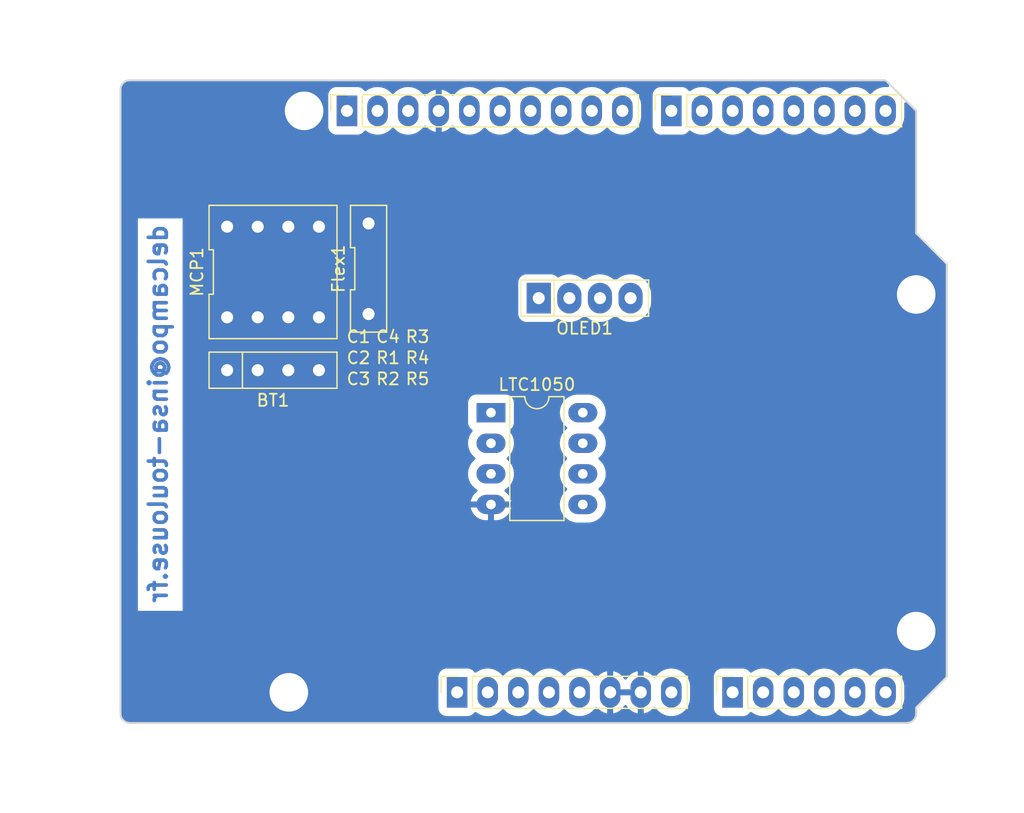
<source format=kicad_pcb>
(kicad_pcb (version 20240108) (generator "pcbnew") (generator_version "8.0")
  (title_block (title "PCB_PROJETCAPTEUR") (date "mar. 31 mars 2015") (rev "1.0") (company "INSA DELCAMPO/VALENCIA") (comment 2 "${EMAIL}") (comment 3 "Ignacio DEL CAMPO") (comment 4 "Opérateur CAO:"))
  (layers (0 "F.Cu" signal) (31 "B.Cu" signal) (34 "B.Paste" user) (35 "F.Paste" user) (36 "B.SilkS" user "B.Silkscreen") (37 "F.SilkS" user "F.Silkscreen") (38 "B.Mask" user) (39 "F.Mask" user) (44 "Edge.Cuts" user))
  (property "EMAIL" "delcampo@insa-toulouse.fr")
  (net 0 "")
  (net 1 "GND")
  (net 3 "+5V")
  (net 4 "/IOREF")
  (net 5 "/Vin")
  (net 6 "/A1")
  (net 7 "/A2")
  (net 8 "/A3")
  (net 9 "/SDA{slash}A4")
  (net 10 "/SCL{slash}A5")
  (net 11 "/13")
  (net 12 "/AREF")
  (net 13 "/8")
  (net 14 "/7")
  (net 15 "/4")
  (net 16 "/2")
  (net 17 "/*6")
  (net 18 "/*5")
  (net 19 "/TX{slash}1")
  (net 20 "/*3")
  (net 21 "/RX{slash}0")
  (net 22 "+3V3")
  (net 23 "ADC")
  (net 24 "/~{RESET}")
  (net 25 "/SCL")
  (net 26 "/SDA")
  (net 27 "/LED_D11")
  (net 28 "/LED_D12")
  (net 29 "/LED_D10")
  (net 30 "/LED_D9")
  (net 31 "Net-(LTC1050--IN)")
  (net 34 "Net-(LTC1050-+IN)")
  (net 35 "Net-(LTC1050-OUT)")
  (net 55 "Net-(CAP1-GND)")
  (footprint "Connector_PinSocket_2.54mm:PinSocket_1x08_P2.54mm_Vertical" (layer "F.Cu") (at 127.94 97.46 90)
    (property "Reference" "J1" (hide yes))
    (property "Value" "Power")
    (fp_line (start 1.33 -1.33) (end 1.33 0) (stroke (width 0.12)) (layer "F.SilkS"))
    (fp_line (start 0 -1.33) (end 1.33 -1.33) (stroke (width 0.12)) (layer "F.SilkS"))
    (fp_line (start 1.33 1.27) (end 1.33 19.11) (stroke (width 0.12)) (layer "F.SilkS"))
    (fp_line (start -1.33 1.27) (end 1.33 1.27) (stroke (width 0.12)) (layer "F.SilkS"))
    (fp_line (start -1.33 1.27) (end -1.33 19.11) (stroke (width 0.12)) (layer "F.SilkS"))
    (fp_line (start -1.33 19.11) (end 1.33 19.11) (stroke (width 0.12)) (layer "F.SilkS"))
    (pad "1" thru_hole rect (at 0 0 90) (size 2.54 1.7) (drill 1) (layers "*.Cu" "*.Mask"))
    (pad "2" thru_hole oval (at 0 2.54 90) (size 2.54 1.7) (drill 1) (layers "*.Cu" "*.Mask") (net 4 "/IOREF"))
    (pad "3" thru_hole oval (at 0 5.08 90) (size 2.54 1.7) (drill 1) (layers "*.Cu" "*.Mask") (net 24 "/~{RESET}"))
    (pad "4" thru_hole oval (at 0 7.62 90) (size 2.54 1.7) (drill 1) (layers "*.Cu" "*.Mask") (net 22 "+3V3"))
    (pad "5" thru_hole oval (at 0 10.16 90) (size 2.54 1.7) (drill 1) (layers "*.Cu" "*.Mask") (net 3 "+5V"))
    (pad "6" thru_hole oval (at 0 12.7 90) (size 2.54 1.7) (drill 1) (layers "*.Cu" "*.Mask") (net 1 "GND"))
    (pad "7" thru_hole oval (at 0 15.24 90) (size 2.54 1.7) (drill 1) (layers "*.Cu" "*.Mask") (net 1 "GND"))
    (pad "8" thru_hole oval (at 0 17.78 90) (size 2.54 1.7) (drill 1) (layers "*.Cu" "*.Mask") (net 5 "/Vin"))
  )
  (footprint "Connector_PinSocket_2.54mm:PinSocket_1x06_P2.54mm_Vertical" (layer "F.Cu") (at 150.8 97.46 90)
    (property "Reference" "J3" (hide yes))
    (property "Value" "Analog")
    (fp_line (start 1.33 -1.33) (end 1.33 0) (stroke (width 0.12)) (layer "F.SilkS"))
    (fp_line (start 0 -1.33) (end 1.33 -1.33) (stroke (width 0.12)) (layer "F.SilkS"))
    (fp_line (start 1.33 1.27) (end 1.33 14.03) (stroke (width 0.12)) (layer "F.SilkS"))
    (fp_line (start -1.33 1.27) (end 1.33 1.27) (stroke (width 0.12)) (layer "F.SilkS"))
    (fp_line (start -1.33 1.27) (end -1.33 14.03) (stroke (width 0.12)) (layer "F.SilkS"))
    (fp_line (start -1.33 14.03) (end 1.33 14.03) (stroke (width 0.12)) (layer "F.SilkS"))
    (pad "1" thru_hole rect (at 0 0 90) (size 2.54 1.7) (drill 1) (layers "*.Cu" "*.Mask") (net 23 "ADC"))
    (pad "2" thru_hole oval (at 0 2.54 90) (size 2.54 1.7) (drill 1) (layers "*.Cu" "*.Mask") (net 6 "/A1"))
    (pad "3" thru_hole oval (at 0 5.08 90) (size 2.54 1.7) (drill 1) (layers "*.Cu" "*.Mask") (net 7 "/A2"))
    (pad "4" thru_hole oval (at 0 7.62 90) (size 2.54 1.7) (drill 1) (layers "*.Cu" "*.Mask") (net 8 "/A3"))
    (pad "5" thru_hole oval (at 0 10.16 90) (size 2.54 1.7) (drill 1) (layers "*.Cu" "*.Mask") (net 9 "/SDA{slash}A4"))
    (pad "6" thru_hole oval (at 0 12.7 90) (size 2.54 1.7) (drill 1) (layers "*.Cu" "*.Mask") (net 10 "/SCL{slash}A5"))
  )
  (footprint "Connector_PinSocket_2.54mm:PinSocket_1x10_P2.54mm_Vertical" (layer "F.Cu") (at 118.796 49.2 90)
    (property "Reference" "J2" (hide yes))
    (property "Value" "Digital/PWM")
    (fp_line (start 1.33 -1.33) (end 1.33 0) (stroke (width 0.12)) (layer "F.SilkS"))
    (fp_line (start 0 -1.33) (end 1.33 -1.33) (stroke (width 0.12)) (layer "F.SilkS"))
    (fp_line (start 1.33 1.27) (end 1.33 24.19) (stroke (width 0.12)) (layer "F.SilkS"))
    (fp_line (start -1.33 1.27) (end 1.33 1.27) (stroke (width 0.12)) (layer "F.SilkS"))
    (fp_line (start -1.33 1.27) (end -1.33 24.19) (stroke (width 0.12)) (layer "F.SilkS"))
    (fp_line (start -1.33 24.19) (end 1.33 24.19) (stroke (width 0.12)) (layer "F.SilkS"))
    (pad "1" thru_hole rect (at 0 0 90) (size 2.54 1.7) (drill 1) (layers "*.Cu" "*.Mask") (net 25 "/SCL"))
    (pad "2" thru_hole oval (at 0 2.54 90) (size 2.54 1.7) (drill 1) (layers "*.Cu" "*.Mask") (net 26 "/SDA"))
    (pad "3" thru_hole oval (at 0 5.08 90) (size 2.54 1.7) (drill 1) (layers "*.Cu" "*.Mask") (net 12 "/AREF"))
    (pad "4" thru_hole oval (at 0 7.62 90) (size 2.54 1.7) (drill 1) (layers "*.Cu" "*.Mask") (net 1 "GND"))
    (pad "5" thru_hole oval (at 0 10.16 90) (size 2.54 1.7) (drill 1) (layers "*.Cu" "*.Mask") (net 11 "/13"))
    (pad "6" thru_hole oval (at 0 12.7 90) (size 2.54 1.7) (drill 1) (layers "*.Cu" "*.Mask") (net 28 "/LED_D12"))
    (pad "7" thru_hole oval (at 0 15.24 90) (size 2.54 1.7) (drill 1) (layers "*.Cu" "*.Mask") (net 27 "/LED_D11"))
    (pad "8" thru_hole oval (at 0 17.78 90) (size 2.54 1.7) (drill 1) (layers "*.Cu" "*.Mask") (net 29 "/LED_D10"))
    (pad "9" thru_hole oval (at 0 20.32 90) (size 2.54 1.7) (drill 1) (layers "*.Cu" "*.Mask") (net 30 "/LED_D9"))
    (pad "10" thru_hole oval (at 0 22.86 90) (size 2.54 1.7) (drill 1) (layers "*.Cu" "*.Mask") (net 13 "/8"))
  )
  (footprint "Connector_PinSocket_2.54mm:PinSocket_1x08_P2.54mm_Vertical" (layer "F.Cu") (at 145.72 49.2 90)
    (property "Reference" "J4" (hide yes))
    (property "Value" "Digital/PWM")
    (fp_line (start 1.33 -1.33) (end 1.33 0) (stroke (width 0.12)) (layer "F.SilkS"))
    (fp_line (start 0 -1.33) (end 1.33 -1.33) (stroke (width 0.12)) (layer "F.SilkS"))
    (fp_line (start 1.33 1.27) (end 1.33 19.11) (stroke (width 0.12)) (layer "F.SilkS"))
    (fp_line (start -1.33 1.27) (end 1.33 1.27) (stroke (width 0.12)) (layer "F.SilkS"))
    (fp_line (start -1.33 1.27) (end -1.33 19.11) (stroke (width 0.12)) (layer "F.SilkS"))
    (fp_line (start -1.33 19.11) (end 1.33 19.11) (stroke (width 0.12)) (layer "F.SilkS"))
    (pad "1" thru_hole rect (at 0 0 90) (size 2.54 1.7) (drill 1) (layers "*.Cu" "*.Mask") (net 14 "/7"))
    (pad "2" thru_hole oval (at 0 2.54 90) (size 2.54 1.7) (drill 1) (layers "*.Cu" "*.Mask") (net 17 "/*6"))
    (pad "3" thru_hole oval (at 0 5.08 90) (size 2.54 1.7) (drill 1) (layers "*.Cu" "*.Mask") (net 18 "/*5"))
    (pad "4" thru_hole oval (at 0 7.62 90) (size 2.54 1.7) (drill 1) (layers "*.Cu" "*.Mask") (net 15 "/4"))
    (pad "5" thru_hole oval (at 0 10.16 90) (size 2.54 1.7) (drill 1) (layers "*.Cu" "*.Mask") (net 20 "/*3"))
    (pad "6" thru_hole oval (at 0 12.7 90) (size 2.54 1.7) (drill 1) (layers "*.Cu" "*.Mask") (net 16 "/2"))
    (pad "7" thru_hole oval (at 0 15.24 90) (size 2.54 1.7) (drill 1) (layers "*.Cu" "*.Mask") (net 19 "/TX{slash}1"))
    (pad "8" thru_hole oval (at 0 17.78 90) (size 2.54 1.7) (drill 1) (layers "*.Cu" "*.Mask") (net 21 "/RX{slash}0"))
  )
  (footprint "Resistor_SMD:R_0201_0603Metric" (layer "F.Cu") (at 122.205 70.75)
    (property "Reference" "R1" (at 0 -1.05 0) (layer "F.SilkS"))
    (property "Value" "100k")
    (pad "1" smd roundrect (at -0.32 0) (size 0.46 0.4) (layers "F.Cu" "F.Mask") (net 34 "Net-(LTC1050-+IN)"))
    (pad "2" smd roundrect (at 0.32 0) (size 0.46 0.4) (layers "F.Cu" "F.Mask") (net 1 "GND"))
  )
  (footprint "Capacitor_SMD:C_0201_0603Metric" (layer "F.Cu") (at 122.205 69)
    (property "Reference" "C4" (at 0 -1.05 0) (layer "F.SilkS"))
    (property "Value" "100n")
    (pad "1" smd roundrect (at -0.32 0) (size 0.46 0.4) (layers "F.Cu" "F.Mask") (net 3 "+5V"))
    (pad "2" smd roundrect (at 0.32 0) (size 0.46 0.4) (layers "F.Cu" "F.Mask") (net 1 "GND"))
  )
  (footprint "LIbCapteurPCB:BT-HC05" (layer "F.Cu") (at 112.66 70.725)
    (property "Reference" "BT1" (at 0 2.5 0) (layer "F.SilkS"))
    (property "Value" "~")
    (fp_line (start -5.31 -1.5) (end 5.31 -1.5) (stroke (width 0.12)) (layer "F.SilkS"))
    (fp_line (start -5.31 1.5) (end -5.31 -1.5) (stroke (width 0.12)) (layer "F.SilkS"))
    (fp_line (start -2.54 -1.5) (end -2.54 1.5) (stroke (width 0.12)) (layer "F.SilkS"))
    (fp_line (start 5.31 -1.5) (end 5.31 1.5) (stroke (width 0.12)) (layer "F.SilkS"))
    (fp_line (start 5.31 1.5) (end -5.31 1.5) (stroke (width 0.12)) (layer "F.SilkS"))
    (pad "1" thru_hole rect (at -3.81 0) (size 2 2.54) (drill 1) (layers "*.Cu" "*.Mask"))
    (pad "2" thru_hole oval (at -1.27 0) (size 2 2.54) (drill 1) (layers "*.Cu" "*.Mask"))
    (pad "3" thru_hole oval (at 1.27 0) (size 2 2.54) (drill 1) (layers "*.Cu" "*.Mask"))
    (pad "4" thru_hole oval (at 3.81 0) (size 2 2.54) (drill 1) (layers "*.Cu" "*.Mask"))
  )
  (footprint "Resistor_SMD:R_0201_0603Metric" (layer "F.Cu") (at 122.205 72.5)
    (property "Reference" "R2" (at 0 -1.05 0) (layer "F.SilkS"))
    (property "Value" "1k")
    (pad "1" smd roundrect (at -0.32 0) (size 0.46 0.4) (layers "F.Cu" "F.Mask") (net 34 "Net-(LTC1050-+IN)"))
    (pad "2" smd roundrect (at 0.32 0) (size 0.46 0.4) (layers "F.Cu" "F.Mask") (net 1 "GND"))
  )
  (footprint "Capacitor_SMD:C_0201_0603Metric" (layer "F.Cu") (at 119.755 70.75)
    (property "Reference" "C2" (at 0 -1.05 0) (layer "F.SilkS"))
    (property "Value" "100n ")
    (pad "1" smd roundrect (at -0.32 0) (size 0.46 0.4) (layers "F.Cu" "F.Mask") (net 23 "ADC"))
    (pad "2" smd roundrect (at 0.32 0) (size 0.46 0.4) (layers "F.Cu" "F.Mask") (net 1 "GND"))
  )
  (footprint "Arduino_MountingHole:MountingHole_3.2mm" (layer "F.Cu") (at 115.24 49.2)
    (property "Reference" "MH1" (hide yes))
    (property "Value" "MountingHole_3.2mm" (hide yes))
    (pad "" np_thru_hole circle (at 0 0) (size 3.2 3.2) (drill 3.2) (layers "*.Cu" "*.Mask"))
  )
  (footprint "Resistor_SMD:R_0201_0603Metric" (layer "F.Cu") (at 124.655 72.5)
    (property "Reference" "R5" (at 0 -1.05 0) (layer "F.SilkS"))
    (property "Value" "1k")
    (pad "1" smd roundrect (at -0.32 0) (size 0.46 0.4) (layers "F.Cu" "F.Mask") (net 35 "Net-(LTC1050-OUT)"))
    (pad "2" smd roundrect (at 0.32 0) (size 0.46 0.4) (layers "F.Cu" "F.Mask") (net 23 "ADC"))
  )
  (footprint "Capacitor_SMD:C_0201_0603Metric" (layer "F.Cu") (at 119.755 69)
    (property "Reference" "C1" (at 0 -1.05 0) (layer "F.SilkS"))
    (property "Value" "100n")
    (pad "1" smd roundrect (at -0.32 0) (size 0.46 0.4) (layers "F.Cu" "F.Mask") (net 34 "Net-(LTC1050-+IN)"))
    (pad "2" smd roundrect (at 0.32 0) (size 0.46 0.4) (layers "F.Cu" "F.Mask") (net 1 "GND"))
  )
  (footprint "LIbCapteurPCB:OLED" (layer "F.Cu") (at 138.525 64.745)
    (property "Reference" "OLED1" (at 0 2.5 0) (layer "F.SilkS"))
    (property "Value" "~")
    (fp_line (start -5.31 -1.5) (end 5.31 -1.5) (stroke (width 0.12)) (layer "F.SilkS"))
    (fp_line (start -5.31 1.5) (end -5.31 -1.5) (stroke (width 0.12)) (layer "F.SilkS"))
    (fp_line (start -2.54 -1.5) (end -2.54 1.5) (stroke (width 0.12)) (layer "F.SilkS"))
    (fp_line (start 5.31 -1.5) (end 5.31 1.5) (stroke (width 0.12)) (layer "F.SilkS"))
    (fp_line (start 5.31 1.5) (end -5.31 1.5) (stroke (width 0.12)) (layer "F.SilkS"))
    (pad "1" thru_hole rect (at -3.81 0) (size 2 2.54) (drill 1) (layers "*.Cu" "*.Mask"))
    (pad "2" thru_hole oval (at -1.27 0) (size 2 2.54) (drill 1) (layers "*.Cu" "*.Mask"))
    (pad "3" thru_hole oval (at 1.27 0) (size 2 2.54) (drill 1) (layers "*.Cu" "*.Mask"))
    (pad "4" thru_hole oval (at 3.81 0) (size 2 2.54) (drill 1) (layers "*.Cu" "*.Mask"))
  )
  (footprint "Capacitor_SMD:C_0201_0603Metric" (layer "F.Cu") (at 119.755 72.5)
    (property "Reference" "C3" (at 0 -1.05 0) (layer "F.SilkS"))
    (property "Value" "1u")
    (pad "1" smd roundrect (at -0.32 0) (size 0.46 0.4) (layers "F.Cu" "F.Mask") (net 31 "Net-(LTC1050--IN)"))
    (pad "2" smd roundrect (at 0.32 0) (size 0.46 0.4) (layers "F.Cu" "F.Mask") (net 35 "Net-(LTC1050-OUT)"))
  )
  (footprint "Resistor_SMD:R_0201_0603Metric" (layer "F.Cu") (at 124.655 69)
    (property "Reference" "R3" (at 0 -1.05 0) (layer "F.SilkS"))
    (property "Value" "100k")
    (pad "1" smd roundrect (at -0.32 0) (size 0.46 0.4) (layers "F.Cu" "F.Mask") (net 31 "Net-(LTC1050--IN)"))
    (pad "2" smd roundrect (at 0.32 0) (size 0.46 0.4) (layers "F.Cu" "F.Mask") (net 35 "Net-(LTC1050-OUT)"))
  )
  (footprint "Resistor_SMD:R_0201_0603Metric" (layer "F.Cu") (at 124.655 70.75)
    (property "Reference" "R4" (at 0 -1.05 0) (layer "F.SilkS"))
    (property "Value" "10k")
    (pad "1" smd roundrect (at -0.32 0) (size 0.46 0.4) (layers "F.Cu" "F.Mask") (net 55 "Net-(CAP1-GND)"))
    (pad "2" smd roundrect (at 0.32 0) (size 0.46 0.4) (layers "F.Cu" "F.Mask") (net 34 "Net-(LTC1050-+IN)"))
  )
  (footprint "LIbCapteurPCB:FlexSensor" (layer "F.Cu") (at 120.59 62.305)
    (property "Reference" "Flex1" (at -2.5 0 90) (layer "F.SilkS"))
    (property "Value" "~")
    (fp_line (start -1.5 -1.753333) (end -1.14 -1.753333) (stroke (width 0.12)) (layer "F.SilkS"))
    (fp_line (start -1.5 1.753333) (end -1.5 5.26) (stroke (width 0.12)) (layer "F.SilkS"))
    (fp_line (start -1.5 5.26) (end 1.499999 5.26) (stroke (width 0.12)) (layer "F.SilkS"))
    (fp_line (start -1.499999 -5.26) (end -1.5 -1.753333) (stroke (width 0.12)) (layer "F.SilkS"))
    (fp_line (start -1.14 -1.753333) (end -1.14 1.753333) (stroke (width 0.12)) (layer "F.SilkS"))
    (fp_line (start -1.14 1.753333) (end -1.5 1.753333) (stroke (width 0.12)) (layer "F.SilkS"))
    (fp_line (start 1.499999 5.26) (end 1.5 -5.26) (stroke (width 0.12)) (layer "F.SilkS"))
    (fp_line (start 1.5 -5.26) (end -1.499999 -5.26) (stroke (width 0.12)) (layer "F.SilkS"))
    (pad "1" thru_hole rect (at 0 3.76) (size 2.54 2) (drill 1) (layers "*.Cu" "*.Mask"))
    (pad "2" thru_hole oval (at 0 -3.76) (size 2.54 2) (drill 1) (layers "*.Cu" "*.Mask" "B.Adhes"))
  )
  (footprint "LIbCapteurPCB:DigiPot" (layer "F.Cu") (at 112.66 62.575)
    (property "Reference" "MCP1" (at -6.31 0 90) (layer "F.SilkS"))
    (property "Value" "~")
    (fp_line (start -5.31 -5.53) (end -5.31 -1.843333) (stroke (width 0.12)) (layer "F.SilkS"))
    (fp_line (start -5.31 -1.843333) (end -4.95 -1.843333) (stroke (width 0.12)) (layer "F.SilkS"))
    (fp_line (start -5.31 1.843333) (end -5.31 5.53) (stroke (width 0.12)) (layer "F.SilkS"))
    (fp_line (start -5.31 5.53) (end 5.31 5.53) (stroke (width 0.12)) (layer "F.SilkS"))
    (fp_line (start -4.95 -1.843333) (end -4.95 1.843333) (stroke (width 0.12)) (layer "F.SilkS"))
    (fp_line (start -4.95 1.843333) (end -5.31 1.843333) (stroke (width 0.12)) (layer "F.SilkS"))
    (fp_line (start 5.31 -5.53) (end -5.31 -5.53) (stroke (width 0.12)) (layer "F.SilkS"))
    (fp_line (start 5.31 5.53) (end 5.31 -5.53) (stroke (width 0.12)) (layer "F.SilkS"))
    (pad "1" thru_hole rect (at -3.81 3.76) (size 2 2.54) (drill 1) (layers "*.Cu" "*.Mask"))
    (pad "2" thru_hole oval (at -1.27 3.76) (size 2 2.54) (drill 1) (layers "*.Cu" "*.Mask"))
    (pad "3" thru_hole oval (at 1.27 3.76) (size 2 2.54) (drill 1) (layers "*.Cu" "*.Mask"))
    (pad "4" thru_hole oval (at 3.81 3.76) (size 2 2.54) (drill 1) (layers "*.Cu" "*.Mask"))
    (pad "5" thru_hole oval (at 3.81 -3.76) (size 2 2.54) (drill 1) (layers "*.Cu" "*.Mask"))
    (pad "6" thru_hole oval (at 1.27 -3.76) (size 2 2.54) (drill 1) (layers "*.Cu" "*.Mask"))
    (pad "7" thru_hole oval (at -1.27 -3.76) (size 2 2.54) (drill 1) (layers "*.Cu" "*.Mask"))
    (pad "8" thru_hole oval (at -3.81 -3.76) (size 2 2.54) (drill 1) (layers "*.Cu" "*.Mask"))
  )
  (footprint "Arduino_MountingHole:MountingHole_3.2mm" (layer "F.Cu") (at 113.97 97.46)
    (property "Reference" "MH2" (hide yes))
    (property "Value" "MountingHole_3.2mm" (hide yes))
    (pad "" np_thru_hole circle (at 0 0) (size 3.2 3.2) (drill 3.2) (layers "*.Cu" "*.Mask"))
  )
  (footprint "Arduino_MountingHole:MountingHole_3.2mm" (layer "F.Cu") (at 166.04 64.44)
    (property "Reference" "MH3" (hide yes))
    (property "Value" "MountingHole_3.2mm" (hide yes))
    (pad "" np_thru_hole circle (at 0 0) (size 3.2 3.2) (drill 3.2) (layers "*.Cu" "*.Mask"))
  )
  (footprint "Package_DIP:DIP-8_W7.62mm_LongPads" (layer "F.Cu") (at 130.75 74.25)
    (property "Reference" "LTC1050" (at 3.81 -2.33 0) (layer "F.SilkS"))
    (property "Value" "~")
    (fp_line (start 1.56 -1.33) (end 1.56 8.95) (stroke (width 0.12)) (layer "F.SilkS"))
    (fp_line (start 1.56 8.95) (end 6.06 8.95) (stroke (width 0.12)) (layer "F.SilkS"))
    (fp_line (start 2.81 -1.33) (end 1.56 -1.33) (stroke (width 0.12)) (layer "F.SilkS"))
    (fp_line (start 6.06 -1.33) (end 4.81 -1.33) (stroke (width 0.12)) (layer "F.SilkS"))
    (fp_line (start 6.06 8.95) (end 6.06 -1.33) (stroke (width 0.12)) (layer "F.SilkS"))
    (fp_arc (start 4.81 -1.33) (mid 3.81 -0.33) (end 2.81 -1.33) (stroke (width 0.12)) (layer "F.SilkS"))
    (pad "1" thru_hole rect (at 0 0) (size 2.4 1.6) (drill 0.8) (layers "*.Cu" "*.Mask"))
    (pad "2" thru_hole oval (at 0 2.54) (size 2.4 1.6) (drill 0.8) (layers "*.Cu" "*.Mask") (net 31 "Net-(LTC1050--IN)"))
    (pad "3" thru_hole oval (at 0 5.08) (size 2.4 1.6) (drill 0.8) (layers "*.Cu" "*.Mask") (net 34 "Net-(LTC1050-+IN)"))
    (pad "4" thru_hole oval (at 0 7.62) (size 2.4 1.6) (drill 0.8) (layers "*.Cu" "*.Mask") (net 1 "GND"))
    (pad "5" thru_hole oval (at 7.62 7.62) (size 2.4 1.6) (drill 0.8) (layers "*.Cu" "*.Mask"))
    (pad "6" thru_hole oval (at 7.62 5.08) (size 2.4 1.6) (drill 0.8) (layers "*.Cu" "*.Mask") (net 35 "Net-(LTC1050-OUT)"))
    (pad "7" thru_hole oval (at 7.62 2.54) (size 2.4 1.6) (drill 0.8) (layers "*.Cu" "*.Mask") (net 3 "+5V"))
    (pad "8" thru_hole oval (at 7.62 0) (size 2.4 1.6) (drill 0.8) (layers "*.Cu" "*.Mask"))
  )
  (footprint "Arduino_MountingHole:MountingHole_3.2mm" (layer "F.Cu") (at 166.04 92.38)
    (property "Reference" "MH4" (hide yes))
    (property "Value" "MountingHole_3.2mm" (hide yes))
    (pad "" np_thru_hole circle (at 0 0) (size 3.2 3.2) (drill 3.2) (layers "*.Cu" "*.Mask"))
  )
  (gr_line (start 166.04 59.36) (end 168.58 61.9) (stroke (width 0.15)) (layer "Edge.Cuts"))
  (gr_line (start 100 99.238) (end 100 47.422) (stroke (width 0.15)) (layer "Edge.Cuts"))
  (gr_line (start 168.58 61.9) (end 168.58 96.19) (stroke (width 0.15)) (layer "Edge.Cuts"))
  (gr_line (start 165.278 100) (end 100.762 100) (stroke (width 0.15)) (layer "Edge.Cuts"))
  (gr_line (start 100.762 46.66) (end 163.5 46.66) (stroke (width 0.15)) (layer "Edge.Cuts"))
  (gr_arc (start 100.762 100) (mid 100.223185 99.776815) (end 100 99.238) (stroke (width 0.15)) (layer "Edge.Cuts"))
  (gr_line (start 168.58 96.19) (end 166.04 98.73) (stroke (width 0.15)) (layer "Edge.Cuts"))
  (gr_line (start 163.5 46.66) (end 166.04 49.2) (stroke (width 0.15)) (layer "Edge.Cuts"))
  (gr_arc (start 166.04 99.238) (mid 165.816815 99.776815) (end 165.278 100) (stroke (width 0.15)) (layer "Edge.Cuts"))
  (gr_line (start 166.04 49.2) (end 166.04 59.36) (stroke (width 0.15)) (layer "Edge.Cuts"))
  (gr_line (start 166.04 98.73) (end 166.04 99.238) (stroke (width 0.15)) (layer "Edge.Cuts"))
  (gr_arc (start 100 47.422) (mid 100.223185 46.883185) (end 100.762 46.66) (stroke (width 0.15)) (layer "Edge.Cuts"))
  (gr_text "delcampo@insa-toulouse.fr\n" (at 104 58.5 90) (layer "B.Cu") (effects (font (size 1.5 1.5) (thickness 0.3) (bold yes)) (justify left bottom mirror)))
  (zone (net 1) (net_name "GND") (layer "B.Cu") (connect_pads (clearance 0.508)) (min_thickness 0.25) (fill yes (thermal_gap 0.5) (thermal_bridge_width 0.5))
    (polygon (pts (xy 90 107.5) (xy 90 40) (xy 175 40) (xy 175 107.5)))
  )
)
</source>
